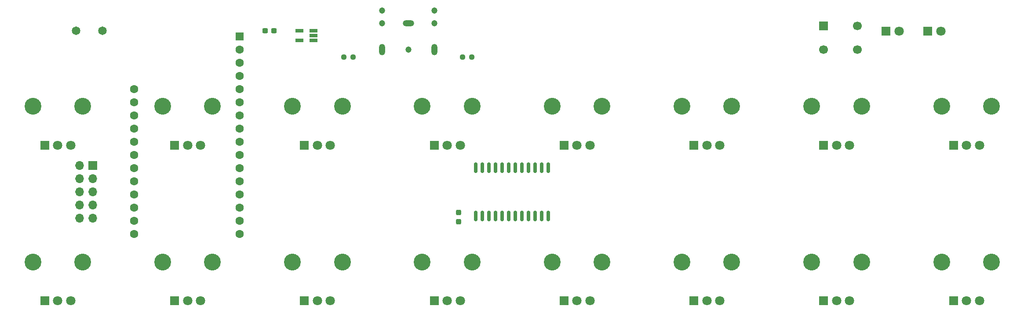
<source format=gbs>
G04 #@! TF.GenerationSoftware,KiCad,Pcbnew,7.0.10*
G04 #@! TF.CreationDate,2024-02-18T18:56:30+02:00*
G04 #@! TF.ProjectId,Untitled,556e7469-746c-4656-942e-6b696361645f,rev?*
G04 #@! TF.SameCoordinates,Original*
G04 #@! TF.FileFunction,Soldermask,Bot*
G04 #@! TF.FilePolarity,Negative*
%FSLAX46Y46*%
G04 Gerber Fmt 4.6, Leading zero omitted, Abs format (unit mm)*
G04 Created by KiCad (PCBNEW 7.0.10) date 2024-02-18 18:56:30*
%MOMM*%
%LPD*%
G01*
G04 APERTURE LIST*
G04 Aperture macros list*
%AMRoundRect*
0 Rectangle with rounded corners*
0 $1 Rounding radius*
0 $2 $3 $4 $5 $6 $7 $8 $9 X,Y pos of 4 corners*
0 Add a 4 corners polygon primitive as box body*
4,1,4,$2,$3,$4,$5,$6,$7,$8,$9,$2,$3,0*
0 Add four circle primitives for the rounded corners*
1,1,$1+$1,$2,$3*
1,1,$1+$1,$4,$5*
1,1,$1+$1,$6,$7*
1,1,$1+$1,$8,$9*
0 Add four rect primitives between the rounded corners*
20,1,$1+$1,$2,$3,$4,$5,0*
20,1,$1+$1,$4,$5,$6,$7,0*
20,1,$1+$1,$6,$7,$8,$9,0*
20,1,$1+$1,$8,$9,$2,$3,0*%
G04 Aperture macros list end*
%ADD10O,1.200000X2.200000*%
%ADD11O,2.200000X1.200000*%
%ADD12C,1.200000*%
%ADD13R,1.560000X0.650000*%
%ADD14RoundRect,0.150000X-0.150000X0.875000X-0.150000X-0.875000X0.150000X-0.875000X0.150000X0.875000X0*%
%ADD15C,1.700000*%
%ADD16R,1.700000X1.700000*%
%ADD17C,1.651000*%
%ADD18C,3.240000*%
%ADD19R,1.800000X1.800000*%
%ADD20C,1.800000*%
%ADD21RoundRect,0.237500X0.250000X0.237500X-0.250000X0.237500X-0.250000X-0.237500X0.250000X-0.237500X0*%
%ADD22RoundRect,0.237500X-0.250000X-0.237500X0.250000X-0.237500X0.250000X0.237500X-0.250000X0.237500X0*%
%ADD23O,1.700000X1.700000*%
%ADD24RoundRect,0.237500X0.300000X0.237500X-0.300000X0.237500X-0.300000X-0.237500X0.300000X-0.237500X0*%
%ADD25RoundRect,0.237500X0.237500X-0.300000X0.237500X0.300000X-0.237500X0.300000X-0.237500X-0.300000X0*%
%ADD26R,1.600000X1.600000*%
%ADD27C,1.600000*%
G04 APERTURE END LIST*
D10*
X135000000Y-59500000D03*
D11*
X130000000Y-54500000D03*
D10*
X125000000Y-59500000D03*
D12*
X135000000Y-52000000D03*
X135000000Y-54500000D03*
X130000000Y-59500000D03*
X125000000Y-52000000D03*
X125000000Y-54500000D03*
D13*
X109060000Y-55880000D03*
X109060000Y-57780000D03*
X111760000Y-57780000D03*
X111760000Y-56830000D03*
X111760000Y-55880000D03*
D14*
X143015000Y-82350000D03*
X144285000Y-82350000D03*
X145555000Y-82350000D03*
X146825000Y-82350000D03*
X148095000Y-82350000D03*
X149365000Y-82350000D03*
X150635000Y-82350000D03*
X151905000Y-82350000D03*
X153175000Y-82350000D03*
X154445000Y-82350000D03*
X155715000Y-82350000D03*
X156985000Y-82350000D03*
X156985000Y-91650000D03*
X155715000Y-91650000D03*
X154445000Y-91650000D03*
X153175000Y-91650000D03*
X151905000Y-91650000D03*
X150635000Y-91650000D03*
X149365000Y-91650000D03*
X148095000Y-91650000D03*
X146825000Y-91650000D03*
X145555000Y-91650000D03*
X144285000Y-91650000D03*
X143015000Y-91650000D03*
D15*
X210000000Y-59500000D03*
X216500000Y-59500000D03*
D16*
X210000000Y-55000000D03*
D15*
X216500000Y-55000000D03*
D17*
X66040000Y-55880000D03*
X71120000Y-55880000D03*
D18*
X242300000Y-100500000D03*
X232700000Y-100500000D03*
D19*
X235000000Y-108000000D03*
D20*
X237500000Y-108000000D03*
X240000000Y-108000000D03*
X215000000Y-108000000D03*
X212500000Y-108000000D03*
D19*
X210000000Y-108000000D03*
D18*
X207700000Y-100500000D03*
X217300000Y-100500000D03*
X192300000Y-100500000D03*
X182700000Y-100500000D03*
D19*
X185000000Y-108000000D03*
D20*
X187500000Y-108000000D03*
X190000000Y-108000000D03*
X165000000Y-108000000D03*
X162500000Y-108000000D03*
D19*
X160000000Y-108000000D03*
D18*
X157700000Y-100500000D03*
X167300000Y-100500000D03*
X142300000Y-100500000D03*
X132700000Y-100500000D03*
D19*
X135000000Y-108000000D03*
D20*
X137500000Y-108000000D03*
X140000000Y-108000000D03*
D18*
X117300000Y-100500000D03*
X107700000Y-100500000D03*
D19*
X110000000Y-108000000D03*
D20*
X112500000Y-108000000D03*
X115000000Y-108000000D03*
D18*
X92300000Y-100500000D03*
X82700000Y-100500000D03*
D19*
X85000000Y-108000000D03*
D20*
X87500000Y-108000000D03*
X90000000Y-108000000D03*
D18*
X67300000Y-100500000D03*
X57700000Y-100500000D03*
D19*
X60000000Y-108000000D03*
D20*
X62500000Y-108000000D03*
X65000000Y-108000000D03*
D18*
X242300000Y-70500000D03*
X232700000Y-70500000D03*
D19*
X235000000Y-78000000D03*
D20*
X237500000Y-78000000D03*
X240000000Y-78000000D03*
D18*
X217300000Y-70500000D03*
X207700000Y-70500000D03*
D19*
X210000000Y-78000000D03*
D20*
X212500000Y-78000000D03*
X215000000Y-78000000D03*
D18*
X192300000Y-70500000D03*
X182700000Y-70500000D03*
D19*
X185000000Y-78000000D03*
D20*
X187500000Y-78000000D03*
X190000000Y-78000000D03*
D18*
X167300000Y-70500000D03*
X157700000Y-70500000D03*
D19*
X160000000Y-78000000D03*
D20*
X162500000Y-78000000D03*
X165000000Y-78000000D03*
D18*
X142300000Y-70500000D03*
X132700000Y-70500000D03*
D19*
X135000000Y-78000000D03*
D20*
X137500000Y-78000000D03*
X140000000Y-78000000D03*
X115000000Y-78000000D03*
X112500000Y-78000000D03*
D19*
X110000000Y-78000000D03*
D18*
X107700000Y-70500000D03*
X117300000Y-70500000D03*
X92300000Y-70500000D03*
X82700000Y-70500000D03*
D19*
X85000000Y-78000000D03*
D20*
X87500000Y-78000000D03*
X90000000Y-78000000D03*
D18*
X67300000Y-70500000D03*
X57700000Y-70500000D03*
D19*
X60000000Y-78000000D03*
D20*
X62500000Y-78000000D03*
X65000000Y-78000000D03*
D21*
X140415000Y-60960000D03*
X142240000Y-60960000D03*
D22*
X119380000Y-60960000D03*
X117555000Y-60960000D03*
D16*
X69215000Y-81920000D03*
D23*
X66675000Y-81920000D03*
X69215000Y-84460000D03*
X66675000Y-84460000D03*
X69215000Y-87000000D03*
X66675000Y-87000000D03*
X69215000Y-89540000D03*
X66675000Y-89540000D03*
X69215000Y-92080000D03*
X66675000Y-92080000D03*
D19*
X222000000Y-56000000D03*
D20*
X224540000Y-56000000D03*
X232540000Y-56000000D03*
D19*
X230000000Y-56000000D03*
D24*
X104140000Y-55880000D03*
X102415000Y-55880000D03*
D25*
X139700000Y-90985000D03*
X139700000Y-92710000D03*
D26*
X97500000Y-57000000D03*
D27*
X97500000Y-59540000D03*
X97500000Y-62080000D03*
X97500000Y-64620000D03*
X97500000Y-67160000D03*
X97500000Y-69700000D03*
X97500000Y-72240000D03*
X97500000Y-74780000D03*
X97500000Y-77320000D03*
X97500000Y-79860000D03*
X97500000Y-82400000D03*
X97500000Y-84940000D03*
X97500000Y-87480000D03*
X97500000Y-90020000D03*
X97500000Y-92560000D03*
X97500000Y-95100000D03*
X77180000Y-95100000D03*
X77180000Y-92560000D03*
X77180000Y-90020000D03*
X77180000Y-87480000D03*
X77180000Y-84940000D03*
X77180000Y-82400000D03*
X77180000Y-79860000D03*
X77180000Y-77320000D03*
X77180000Y-74780000D03*
X77180000Y-72240000D03*
X77180000Y-69700000D03*
X77180000Y-67160000D03*
M02*

</source>
